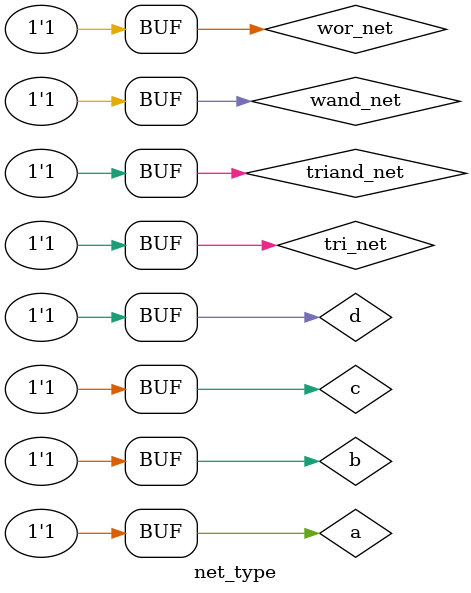
<source format=v>
`timescale 1ns / 1ps


module net_type();
wand wand_net;
wor wor_net;
tri tri_net;
triand triand_net;
reg a,b,c,d;
assign wand_net=a;
assign wand_net=b;
assign wor_net=c;
assign wor_net=b;
assign tri_net=c;
assign triand_net=c;
assign triand_net=d;
initial begin
    $monitor("Time=%0t | wand=%b, wor=%b, tri=%b, triand=%b", $time, wand_net, wor_net, tri_net, triand_net);
     a = 1; b = 0;  #5
     c = 0;         #5
     d = 0;         #5
     a = 1; b = 1; c = 1; d = 1;     
  end

endmodule
</source>
